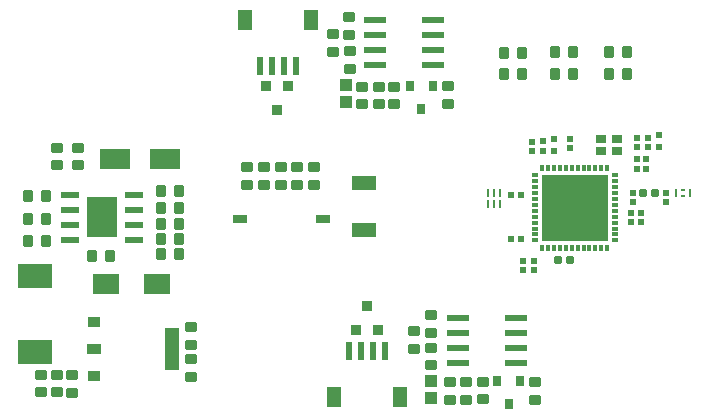
<source format=gbr>
%TF.GenerationSoftware,Altium Limited,Altium Designer,24.1.2 (44)*%
G04 Layer_Color=8421504*
%FSLAX45Y45*%
%MOMM*%
%TF.SameCoordinates,DF2DA703-92E4-466D-A55C-C96BEC28C730*%
%TF.FilePolarity,Positive*%
%TF.FileFunction,Paste,Top*%
%TF.Part,Single*%
G01*
G75*
%TA.AperFunction,SMDPad,CuDef*%
%ADD10R,2.10000X1.27000*%
%ADD11R,0.25000X0.65000*%
%ADD12R,0.54000X0.58000*%
G04:AMPARAMS|DCode=13|XSize=0.8mm|YSize=1mm|CornerRadius=0.1mm|HoleSize=0mm|Usage=FLASHONLY|Rotation=270.000|XOffset=0mm|YOffset=0mm|HoleType=Round|Shape=RoundedRectangle|*
%AMROUNDEDRECTD13*
21,1,0.80000,0.80000,0,0,270.0*
21,1,0.60000,1.00000,0,0,270.0*
1,1,0.20000,-0.40000,-0.30000*
1,1,0.20000,-0.40000,0.30000*
1,1,0.20000,0.40000,0.30000*
1,1,0.20000,0.40000,-0.30000*
%
%ADD13ROUNDEDRECTD13*%
%ADD14C,0.02540*%
%ADD15C,0.11400*%
%ADD16R,2.62000X3.51000*%
%ADD17R,0.58000X0.54000*%
%ADD18R,1.10000X1.00000*%
G04:AMPARAMS|DCode=19|XSize=0.8mm|YSize=1mm|CornerRadius=0.1mm|HoleSize=0mm|Usage=FLASHONLY|Rotation=0.000|XOffset=0mm|YOffset=0mm|HoleType=Round|Shape=RoundedRectangle|*
%AMROUNDEDRECTD19*
21,1,0.80000,0.80000,0,0,0.0*
21,1,0.60000,1.00000,0,0,0.0*
1,1,0.20000,0.30000,-0.40000*
1,1,0.20000,-0.30000,-0.40000*
1,1,0.20000,-0.30000,0.40000*
1,1,0.20000,0.30000,0.40000*
%
%ADD19ROUNDEDRECTD19*%
%ADD20R,2.65000X1.75000*%
%ADD21R,2.20000X1.75000*%
%ADD22R,1.20000X1.80000*%
%ADD23R,0.60000X1.55000*%
%ADD24R,0.60000X0.50000*%
%ADD25R,0.60000X0.60000*%
G04:AMPARAMS|DCode=26|XSize=0.6mm|YSize=0.7mm|CornerRadius=0.075mm|HoleSize=0mm|Usage=FLASHONLY|Rotation=0.000|XOffset=0mm|YOffset=0mm|HoleType=Round|Shape=RoundedRectangle|*
%AMROUNDEDRECTD26*
21,1,0.60000,0.55000,0,0,0.0*
21,1,0.45000,0.70000,0,0,0.0*
1,1,0.15000,0.22500,-0.27500*
1,1,0.15000,-0.22500,-0.27500*
1,1,0.15000,-0.22500,0.27500*
1,1,0.15000,0.22500,0.27500*
%
%ADD26ROUNDEDRECTD26*%
%ADD27R,3.00000X2.00000*%
%ADD28R,0.84000X0.84000*%
%ADD29R,0.90000X0.84000*%
%ADD30R,1.98000X0.53000*%
%ADD31R,1.14300X3.55600*%
%ADD32R,1.14300X0.88900*%
%ADD33R,1.01600X0.88900*%
%ADD34R,1.00429X0.87213*%
%ADD35R,1.60000X0.61000*%
%ADD36R,0.27940X0.71120*%
%ADD37R,0.45720X0.25400*%
%ADD38R,1.20000X0.80000*%
%TA.AperFunction,TestPad*%
G04:AMPARAMS|DCode=39|XSize=0.75mm|YSize=0.8mm|CornerRadius=0.09375mm|HoleSize=0mm|Usage=FLASHONLY|Rotation=180.000|XOffset=0mm|YOffset=0mm|HoleType=Round|Shape=RoundedRectangle|*
%AMROUNDEDRECTD39*
21,1,0.75000,0.61250,0,0,180.0*
21,1,0.56250,0.80000,0,0,180.0*
1,1,0.18750,-0.28125,0.30625*
1,1,0.18750,0.28125,0.30625*
1,1,0.18750,0.28125,-0.30625*
1,1,0.18750,-0.28125,-0.30625*
%
%ADD39ROUNDEDRECTD39*%
%TA.AperFunction,SMDPad,CuDef*%
%ADD40R,0.30000X0.55000*%
%ADD41R,0.55000X0.30000*%
%ADD42R,5.60000X5.60000*%
%ADD43R,0.85000X0.75000*%
D10*
X9507500Y6606500D02*
D03*
Y7003500D02*
D03*
D11*
X10562500Y6822500D02*
D03*
X10612500D02*
D03*
X10662500D02*
D03*
Y6917501D02*
D03*
X10612500D02*
D03*
X10562500D02*
D03*
D12*
X11857517Y6667006D02*
D03*
Y6745006D02*
D03*
X11255000Y7298500D02*
D03*
Y7376500D02*
D03*
X10855000Y6344000D02*
D03*
Y6266000D02*
D03*
X10945000Y6344000D02*
D03*
Y6266000D02*
D03*
X11767517Y6745006D02*
D03*
Y6667006D02*
D03*
X10935000Y7273500D02*
D03*
Y7351500D02*
D03*
X11022500Y7276000D02*
D03*
Y7354000D02*
D03*
X11910000Y7307000D02*
D03*
Y7385000D02*
D03*
X11820000Y7304500D02*
D03*
Y7382500D02*
D03*
X11782500Y6914000D02*
D03*
Y6836000D02*
D03*
X12070000Y6919000D02*
D03*
Y6841000D02*
D03*
D13*
X10217500Y7672500D02*
D03*
X8042500Y5632500D02*
D03*
X8945000Y7137500D02*
D03*
Y6987500D02*
D03*
X8042500Y5782500D02*
D03*
Y5507500D02*
D03*
Y5357500D02*
D03*
X6912009Y7150401D02*
D03*
Y7300401D02*
D03*
X7089509Y7150401D02*
D03*
Y7300401D02*
D03*
X7040000Y5375000D02*
D03*
X7040000Y5225000D02*
D03*
X6907500Y5377500D02*
D03*
X6907500Y5227500D02*
D03*
X8805000Y6987500D02*
D03*
X8805000Y7137500D02*
D03*
X8665000D02*
D03*
X8665000Y6987500D02*
D03*
X8520000Y7137500D02*
D03*
Y6987500D02*
D03*
X10075000Y5457500D02*
D03*
Y5607500D02*
D03*
X10072500Y5730000D02*
D03*
Y5880000D02*
D03*
X9930000Y5745000D02*
D03*
X9930000Y5595000D02*
D03*
X9392500Y8120000D02*
D03*
X9392500Y7970000D02*
D03*
X9385000Y8252500D02*
D03*
X9385000Y8402500D02*
D03*
X9245000Y8262500D02*
D03*
Y8112500D02*
D03*
X9762500Y7667500D02*
D03*
Y7817500D02*
D03*
X9632500Y7667500D02*
D03*
Y7817500D02*
D03*
X10515000Y5170000D02*
D03*
Y5320000D02*
D03*
X9495000Y7667500D02*
D03*
Y7817500D02*
D03*
X10952500Y5312500D02*
D03*
Y5162500D02*
D03*
X10235000Y5315000D02*
D03*
X10235000Y5165000D02*
D03*
X10217500Y7822500D02*
D03*
X6775000Y5227500D02*
D03*
X6775000Y5377500D02*
D03*
X10375000Y5167500D02*
D03*
Y5317500D02*
D03*
X9087500Y7137500D02*
D03*
Y6987500D02*
D03*
D14*
X12370000Y6917500D02*
D03*
D15*
X12382700Y7253720D02*
D03*
Y7046240D02*
D03*
D16*
X7289999Y6712000D02*
D03*
D17*
X11821000Y7206000D02*
D03*
X11899000D02*
D03*
X11821000Y7116000D02*
D03*
X11899000D02*
D03*
X10835500Y6902500D02*
D03*
X10757500D02*
D03*
X10834000Y6522500D02*
D03*
X10756000D02*
D03*
D18*
X9355000Y7827500D02*
D03*
Y7682500D02*
D03*
X10077500Y5177500D02*
D03*
Y5322500D02*
D03*
D19*
X7207500Y6385000D02*
D03*
X7357500D02*
D03*
X6815000Y6697500D02*
D03*
X6665000D02*
D03*
X7945000Y6530000D02*
D03*
X7787500Y6528217D02*
D03*
X11732500Y7925000D02*
D03*
X11582500D02*
D03*
X11280000D02*
D03*
X11130000D02*
D03*
X10842500Y7922501D02*
D03*
X10692500D02*
D03*
X11582500Y8110001D02*
D03*
X11732500D02*
D03*
X11130000Y8107500D02*
D03*
X11280000D02*
D03*
X10692500Y8105001D02*
D03*
X10842500D02*
D03*
X7792500Y6792500D02*
D03*
X7942500D02*
D03*
X7792500Y6657500D02*
D03*
X7942500D02*
D03*
X7792501Y6930000D02*
D03*
X7942500D02*
D03*
X7940000Y6397500D02*
D03*
X7790000D02*
D03*
X6665000Y6892500D02*
D03*
X6815000D02*
D03*
X6662500Y6507500D02*
D03*
X6812500D02*
D03*
D20*
X7397500Y7200000D02*
D03*
X7827500D02*
D03*
D21*
X7757500Y6142500D02*
D03*
X7327500D02*
D03*
D22*
X9812500Y5187500D02*
D03*
X9252500D02*
D03*
X8500000Y8380000D02*
D03*
X9060000D02*
D03*
D23*
X9382500Y5575000D02*
D03*
X9482500Y5575000D02*
D03*
X9582500D02*
D03*
X9682500D02*
D03*
X8930000Y7992500D02*
D03*
X8830000D02*
D03*
X8730000D02*
D03*
X8630000Y7992500D02*
D03*
D24*
X11115000Y7374000D02*
D03*
Y7271000D02*
D03*
D25*
X12002499Y7405000D02*
D03*
X12002500Y7307500D02*
D03*
D26*
X11975000Y6915000D02*
D03*
X11875000D02*
D03*
X11252500Y6350000D02*
D03*
X11152500D02*
D03*
D27*
X6722500Y5572500D02*
D03*
Y6212500D02*
D03*
D28*
X9441000Y5760000D02*
D03*
X9535000Y5960000D02*
D03*
X8775000Y7620000D02*
D03*
X8868999Y7819999D02*
D03*
D29*
X9629000Y5760000D02*
D03*
X8680999Y7819999D02*
D03*
D30*
X10303500Y5477000D02*
D03*
Y5604000D02*
D03*
Y5731000D02*
D03*
Y5858000D02*
D03*
X10796500Y5858000D02*
D03*
Y5731000D02*
D03*
Y5604000D02*
D03*
Y5476999D02*
D03*
X9601000Y7997000D02*
D03*
X9601000Y8124000D02*
D03*
X9601000Y8251000D02*
D03*
Y8378000D02*
D03*
X10094000D02*
D03*
X10094000Y8251000D02*
D03*
X10094000Y8124000D02*
D03*
X10094000Y7997000D02*
D03*
D31*
X7882000Y5595000D02*
D03*
D32*
X7223000D02*
D03*
D33*
Y5824000D02*
D03*
D34*
Y5366000D02*
D03*
D35*
X7019999Y6521500D02*
D03*
Y6648500D02*
D03*
Y6775500D02*
D03*
Y6902500D02*
D03*
X7559999D02*
D03*
Y6775500D02*
D03*
Y6648500D02*
D03*
Y6521500D02*
D03*
D36*
X12150010Y6916197D02*
D03*
X12271930D02*
D03*
D37*
X12210970Y6893337D02*
D03*
Y6939057D02*
D03*
D38*
X8460001Y6700000D02*
D03*
X9160000Y6700000D02*
D03*
D39*
X10831000Y5322000D02*
D03*
X10639000D02*
D03*
X10735000Y5128000D02*
D03*
X9995000Y7625500D02*
D03*
X9899000Y7819500D02*
D03*
X10091000D02*
D03*
D40*
X11017500Y6452500D02*
D03*
X11067500D02*
D03*
X11117500D02*
D03*
X11167500D02*
D03*
X11217500D02*
D03*
X11267500D02*
D03*
X11317500D02*
D03*
X11367500D02*
D03*
X11417500D02*
D03*
X11467500D02*
D03*
X11517500D02*
D03*
X11567500D02*
D03*
Y7127500D02*
D03*
X11517500D02*
D03*
X11467500D02*
D03*
X11417500D02*
D03*
X11367500D02*
D03*
X11317500D02*
D03*
X11267500D02*
D03*
X11217500D02*
D03*
X11167500D02*
D03*
X11117500D02*
D03*
X11067500D02*
D03*
X11017500D02*
D03*
D41*
X11630000Y6515000D02*
D03*
Y6565000D02*
D03*
Y6615000D02*
D03*
Y6665000D02*
D03*
Y6715000D02*
D03*
Y6765000D02*
D03*
Y6815000D02*
D03*
X11630000Y6865000D02*
D03*
Y6915000D02*
D03*
Y6965000D02*
D03*
X11630000Y7015000D02*
D03*
Y7065000D02*
D03*
X10955000D02*
D03*
Y7015000D02*
D03*
X10955000Y6965000D02*
D03*
Y6915000D02*
D03*
Y6865000D02*
D03*
X10955000Y6815000D02*
D03*
Y6765000D02*
D03*
Y6715000D02*
D03*
Y6665000D02*
D03*
Y6615000D02*
D03*
Y6565000D02*
D03*
Y6515000D02*
D03*
D42*
X11292500Y6790000D02*
D03*
D43*
X11652500Y7377500D02*
D03*
X11517500Y7272500D02*
D03*
X11652500D02*
D03*
X11517500Y7377500D02*
D03*
%TF.MD5,cf00d13b20ac293281820088deb47f7c*%
M02*

</source>
